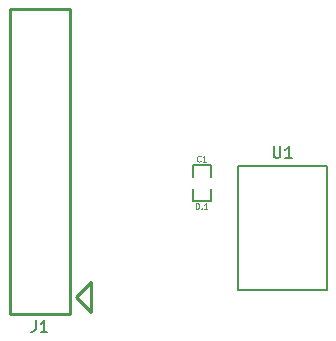
<source format=gto>
%FSLAX34Y34*%
G04 Gerber Fmt 3.4, Leading zero omitted, Abs format*
G04 (created by PCBNEW (2013-04-01 BZR 4058)-product) date Tue 02 Sep 2014 09:50:09 AM PDT*
%MOIN*%
G01*
G70*
G90*
G04 APERTURE LIST*
%ADD10C,0.005906*%
%ADD11C,0.005000*%
%ADD12C,0.010000*%
%ADD13C,0.004900*%
G04 APERTURE END LIST*
G54D10*
G54D11*
X10200Y-7900D02*
X10200Y-7500D01*
X10200Y-7500D02*
X10800Y-7500D01*
X10800Y-7500D02*
X10800Y-7900D01*
X10800Y-8300D02*
X10800Y-8700D01*
X10800Y-8700D02*
X10200Y-8700D01*
X10200Y-8700D02*
X10200Y-8300D01*
G54D12*
X4100Y-2321D02*
X4100Y-12478D01*
X4100Y-12478D02*
X6100Y-12478D01*
X6100Y-2321D02*
X4100Y-2321D01*
X6800Y-11400D02*
X6300Y-11900D01*
X6800Y-11400D02*
X6800Y-12400D01*
X6300Y-11900D02*
X6800Y-12400D01*
X6100Y-12478D02*
X6100Y-2321D01*
G54D10*
X11703Y-7533D02*
X14696Y-7533D01*
X14696Y-7533D02*
X14696Y-11666D01*
X14696Y-11666D02*
X11703Y-11666D01*
X11703Y-11666D02*
X11703Y-7533D01*
G54D13*
X10467Y-7382D02*
X10457Y-7392D01*
X10429Y-7401D01*
X10410Y-7401D01*
X10382Y-7392D01*
X10363Y-7373D01*
X10354Y-7354D01*
X10345Y-7317D01*
X10345Y-7289D01*
X10354Y-7251D01*
X10363Y-7232D01*
X10382Y-7214D01*
X10410Y-7204D01*
X10429Y-7204D01*
X10457Y-7214D01*
X10467Y-7223D01*
X10654Y-7401D02*
X10542Y-7401D01*
X10598Y-7401D02*
X10598Y-7204D01*
X10579Y-7232D01*
X10560Y-7251D01*
X10542Y-7261D01*
X10349Y-8779D02*
X10368Y-8779D01*
X10387Y-8788D01*
X10396Y-8797D01*
X10406Y-8816D01*
X10415Y-8854D01*
X10415Y-8901D01*
X10406Y-8938D01*
X10396Y-8957D01*
X10387Y-8966D01*
X10368Y-8976D01*
X10349Y-8976D01*
X10331Y-8966D01*
X10321Y-8957D01*
X10312Y-8938D01*
X10303Y-8901D01*
X10303Y-8854D01*
X10312Y-8816D01*
X10321Y-8797D01*
X10331Y-8788D01*
X10349Y-8779D01*
X10500Y-8957D02*
X10509Y-8966D01*
X10500Y-8976D01*
X10490Y-8966D01*
X10500Y-8957D01*
X10500Y-8976D01*
X10697Y-8976D02*
X10584Y-8976D01*
X10640Y-8976D02*
X10640Y-8779D01*
X10621Y-8807D01*
X10603Y-8826D01*
X10584Y-8835D01*
G54D10*
X4968Y-12684D02*
X4968Y-12965D01*
X4950Y-13021D01*
X4912Y-13059D01*
X4856Y-13078D01*
X4818Y-13078D01*
X5362Y-13078D02*
X5137Y-13078D01*
X5249Y-13078D02*
X5249Y-12684D01*
X5212Y-12740D01*
X5174Y-12778D01*
X5137Y-12796D01*
X12900Y-6884D02*
X12900Y-7203D01*
X12918Y-7240D01*
X12937Y-7259D01*
X12975Y-7278D01*
X13050Y-7278D01*
X13087Y-7259D01*
X13106Y-7240D01*
X13125Y-7203D01*
X13125Y-6884D01*
X13518Y-7278D02*
X13293Y-7278D01*
X13406Y-7278D02*
X13406Y-6884D01*
X13368Y-6940D01*
X13331Y-6978D01*
X13293Y-6996D01*
M02*

</source>
